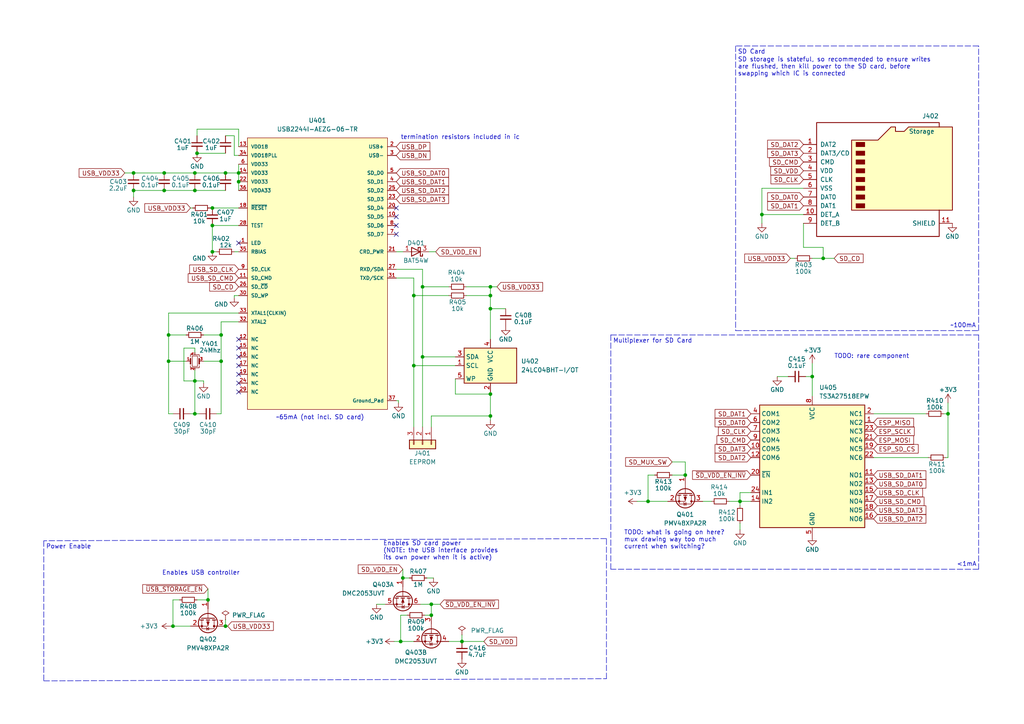
<source format=kicad_sch>
(kicad_sch (version 20211123) (generator eeschema)
  (paper "A4")
  (title_block (title "gay ipod storage + usb interface") (date "2022-09-04") (rev "1"))
  (lib_symbols
    (symbol "Analog_Switch:TS3A27518EPW"
      (property "Reference" "U" (at -13.97 19.05 0))
      (property "Value" "TS3A27518EPW" (at 8.89 19.05 0))
      (symbol "TS3A27518EPW_0_1"
        (rectangle (start 15.24 -17.78) (end -15.24 17.78) (stroke (width 0.254)) (fill (type background)))
      )
      (symbol "TS3A27518EPW_1_1"
        (pin bidirectional line (at 17.78 12.7 180) (length 2.54) (name "NC2") (number "1"))
        (pin bidirectional line (at -17.78 5.08 0) (length 2.54) (name "COM5") (number "10"))
        (pin bidirectional line (at 17.78 -2.54 180) (length 2.54) (name "NO1") (number "11"))
        (pin bidirectional line (at -17.78 2.54 0) (length 2.54) (name "COM6") (number "12"))
        (pin bidirectional line (at 17.78 -5.08 180) (length 2.54) (name "NO2") (number "13"))
        (pin input line (at -17.78 -10.16 0) (length 2.54) (name "IN2") (number "14"))
        (pin bidirectional line (at 17.78 -7.62 180) (length 2.54) (name "NO3") (number "15"))
        (pin bidirectional line (at 17.78 -15.24 180) (length 2.54) (name "NO6") (number "16"))
        (pin bidirectional line (at 17.78 -10.16 180) (length 2.54) (name "NO4") (number "17"))
        (pin bidirectional line (at 17.78 -12.7 180) (length 2.54) (name "NO5") (number "18"))
        (pin bidirectional line (at 17.78 5.08 180) (length 2.54) (name "NC5") (number "19"))
        (pin bidirectional line (at 17.78 15.24 180) (length 2.54) (name "NC1") (number "2"))
        (pin input line (at -17.78 -2.54 0) (length 2.54) (name "~{EN}") (number "20"))
        (pin bidirectional line (at 17.78 7.62 180) (length 2.54) (name "NC4") (number "21"))
        (pin bidirectional line (at 17.78 2.54 180) (length 2.54) (name "NC6") (number "22"))
        (pin bidirectional line (at 17.78 10.16 180) (length 2.54) (name "NC3") (number "23"))
        (pin input line (at -17.78 -7.62 0) (length 2.54) (name "IN1") (number "24"))
        (pin no_connect line (at -15.24 -15.24 0) (length 2.54) hide (name "N.C.") (number "3"))
        (pin bidirectional line (at -17.78 15.24 0) (length 2.54) (name "COM1") (number "4"))
        (pin power_in line (at 0 -20.32 90) (length 2.54) (name "GND") (number "5"))
        (pin bidirectional line (at -17.78 12.7 0) (length 2.54) (name "COM2") (number "6"))
        (pin bidirectional line (at -17.78 10.16 0) (length 2.54) (name "COM3") (number "7"))
        (pin power_in line (at 0 20.32 270) (length 2.54) (name "VCC") (number "8"))
        (pin bidirectional line (at -17.78 7.62 0) (length 2.54) (name "COM4") (number "9"))
      )
    )
    (symbol "Connector:Micro_SD_Card_Det_Hirose_DM3AT" (pin_names (offset 1.016))
      (property "Reference" "J" (at -16.51 17.78 0))
      (property "Value" "Micro_SD_Card_Det_Hirose_DM3AT" (at 16.51 17.78 0))
      (symbol "Micro_SD_Card_Det_Hirose_DM3AT_0_1"
        (rectangle (start -7.62 -6.985) (end -5.08 -8.255) (fill (type outline)))
        (rectangle (start -7.62 -4.445) (end -5.08 -5.715) (fill (type outline)))
        (rectangle (start -7.62 -1.905) (end -5.08 -3.175) (fill (type outline)))
        (rectangle (start -7.62 0.635) (end -5.08 -0.635) (fill (type outline)))
        (rectangle (start -7.62 3.175) (end -5.08 1.905) (fill (type outline)))
        (rectangle (start -7.62 5.715) (end -5.08 4.445) (fill (type outline)))
        (rectangle (start -7.62 8.255) (end -5.08 6.985) (fill (type outline)))
        (rectangle (start -7.62 10.795) (end -5.08 9.525) (fill (type outline)))
        (polyline (pts (xy 16.51 15.24) (xy 16.51 16.51) (xy -19.05 16.51) (xy -19.05 -16.51) (xy 16.51 -16.51) (xy 16.51 -8.89)) (stroke (width 0.254)))
        (polyline (pts (xy -8.89 -8.89) (xy -8.89 11.43) (xy -1.27 11.43) (xy 2.54 15.24) (xy 3.81 15.24) (xy 3.81 13.97) (xy 6.35 13.97) (xy 7.62 15.24) (xy 20.32 15.24) (xy 20.32 -8.89) (xy -8.89 -8.89)) (stroke (width 0.254)) (fill (type background)))
      )
      (symbol "Micro_SD_Card_Det_Hirose_DM3AT_1_1"
        (pin bidirectional line (at -22.86 10.16 0) (length 3.81) (name "DAT2") (number "1"))
        (pin passive line (at -22.86 -10.16 0) (length 3.81) (name "DET_A") (number "10"))
        (pin passive line (at 20.32 -12.7 180) (length 3.81) (name "SHIELD") (number "11"))
        (pin bidirectional line (at -22.86 7.62 0) (length 3.81) (name "DAT3/CD") (number "2"))
        (pin input line (at -22.86 5.08 0) (length 3.81) (name "CMD") (number "3"))
        (pin power_in line (at -22.86 2.54 0) (length 3.81) (name "VDD") (number "4"))
        (pin input line (at -22.86 0 0) (length 3.81) (name "CLK") (number "5"))
        (pin power_in line (at -22.86 -2.54 0) (length 3.81) (name "VSS") (number "6"))
        (pin bidirectional line (at -22.86 -5.08 0) (length 3.81) (name "DAT0") (number "7"))
        (pin bidirectional line (at -22.86 -7.62 0) (length 3.81) (name "DAT1") (number "8"))
        (pin passive line (at -22.86 -12.7 0) (length 3.81) (name "DET_B") (number "9"))
      )
    )
    (symbol "Connector_Generic:Conn_01x03" (pin_names (offset 1.016) hide)
      (property "Reference" "J" (at 0 5.08 0))
      (property "Value" "Conn_01x03" (at 0 -5.08 0))
      (symbol "Conn_01x03_1_1"
        (rectangle (start -1.27 -2.413) (end 0 -2.667) (stroke (width 0.1524)))
        (rectangle (start -1.27 0.127) (end 0 -0.127) (stroke (width 0.1524)))
        (rectangle (start -1.27 2.667) (end 0 2.413) (stroke (width 0.1524)))
        (rectangle (start -1.27 3.81) (end 1.27 -3.81) (stroke (width 0.254)) (fill (type background)))
        (pin passive line (at -5.08 2.54 0) (length 3.81) (name "Pin_1") (number "1"))
        (pin passive line (at -5.08 0 0) (length 3.81) (name "Pin_2") (number "2"))
        (pin passive line (at -5.08 -2.54 0) (length 3.81) (name "Pin_3") (number "3"))
      )
    )
    (symbol "Device:C_Small" (pin_numbers hide) (pin_names (offset 0.254) hide)
      (property "Reference" "C" (at 0.254 1.778 0))
      (property "Value" "C_Small" (at 0.254 -2.032 0))
      (symbol "C_Small_0_1"
        (polyline (pts (xy -1.524 -0.508) (xy 1.524 -0.508)) (stroke (width 0.3302)))
        (polyline (pts (xy -1.524 0.508) (xy 1.524 0.508)) (stroke (width 0.3048)))
      )
      (symbol "C_Small_1_1"
        (pin passive line (at 0 2.54 270) (length 2.032) (name "~") (number "1"))
        (pin passive line (at 0 -2.54 90) (length 2.032) (name "~") (number "2"))
      )
    )
    (symbol "Device:Crystal_GND24_Small" (pin_names (offset 1.016) hide)
      (property "Reference" "Y" (at 1.27 4.445 0))
      (property "Value" "Crystal_GND24_Small" (at 1.27 2.54 0))
      (symbol "Crystal_GND24_Small_0_1"
        (rectangle (start -0.762 -1.524) (end 0.762 1.524))
        (polyline (pts (xy -1.27 -0.762) (xy -1.27 0.762)) (stroke (width 0.381)))
        (polyline (pts (xy 1.27 -0.762) (xy 1.27 0.762)) (stroke (width 0.381)))
        (polyline (pts (xy -1.27 -1.27) (xy -1.27 -1.905) (xy 1.27 -1.905) (xy 1.27 -1.27)))
        (polyline (pts (xy -1.27 1.27) (xy -1.27 1.905) (xy 1.27 1.905) (xy 1.27 1.27)))
      )
      (symbol "Crystal_GND24_Small_1_1"
        (pin passive line (at -2.54 0 0) (length 1.27) (name "1") (number "1"))
        (pin passive line (at 0 -2.54 90) (length 0.635) (name "2") (number "2"))
        (pin passive line (at 2.54 0 180) (length 1.27) (name "3") (number "3"))
        (pin passive line (at 0 2.54 270) (length 0.635) (name "4") (number "4"))
      )
    )
    (symbol "Device:Q_PMOS_GSD" (pin_names (offset 0) hide)
      (property "Reference" "Q" (at 5.08 1.27 0))
      (property "Value" "Q_PMOS_GSD" (at 5.08 -1.27 0))
      (symbol "Q_PMOS_GSD_0_1"
        (polyline (pts (xy 0.254 0) (xy -2.54 0)))
        (polyline (pts (xy 0.254 1.905) (xy 0.254 -1.905)) (stroke (width 0.254)))
        (polyline (pts (xy 0.762 -1.27) (xy 0.762 -2.286)) (stroke (width 0.254)))
        (polyline (pts (xy 0.762 0.508) (xy 0.762 -0.508)) (stroke (width 0.254)))
        (polyline (pts (xy 0.762 2.286) (xy 0.762 1.27)) (stroke (width 0.254)))
        (polyline (pts (xy 2.54 2.54) (xy 2.54 1.778)))
        (polyline (pts (xy 2.54 -2.54) (xy 2.54 0) (xy 0.762 0)))
        (polyline (pts (xy 0.762 1.778) (xy 3.302 1.778) (xy 3.302 -1.778) (xy 0.762 -1.778)))
        (polyline (pts (xy 2.286 0) (xy 1.27 0.381) (xy 1.27 -0.381) (xy 2.286 0)) (fill (type outline)))
        (polyline (pts (xy 2.794 -0.508) (xy 2.921 -0.381) (xy 3.683 -0.381) (xy 3.81 -0.254)))
        (polyline (pts (xy 3.302 -0.381) (xy 2.921 0.254) (xy 3.683 0.254) (xy 3.302 -0.381)))
        (circle (center 1.651 0) (radius 2.794) (stroke (width 0.254)))
        (circle (center 2.54 -1.778) (radius 0.254) (fill (type outline)))
        (circle (center 2.54 1.778) (radius 0.254) (fill (type outline)))
      )
      (symbol "Q_PMOS_GSD_1_1"
        (pin input line (at -5.08 0 0) (length 2.54) (name "G") (number "1"))
        (pin passive line (at 2.54 -5.08 90) (length 2.54) (name "S") (number "2"))
        (pin passive line (at 2.54 5.08 270) (length 2.54) (name "D") (number "3"))
      )
    )
    (symbol "Device:R_Small" (pin_numbers hide) (pin_names (offset 0.254) hide)
      (property "Reference" "R" (at 0.762 0.508 0))
      (property "Value" "R_Small" (at 0.762 -1.016 0))
      (symbol "R_Small_0_1"
        (rectangle (start -0.762 1.778) (end 0.762 -1.778) (stroke (width 0.2032)))
      )
      (symbol "R_Small_1_1"
        (pin passive line (at 0 2.54 270) (length 0.762) (name "~") (number "1"))
        (pin passive line (at 0 -2.54 90) (length 0.762) (name "~") (number "2"))
      )
    )
    (symbol "Diode:BAT54W" (pin_names (offset 1.016) hide)
      (property "Reference" "D" (at 0 2.54 0))
      (property "Value" "BAT54W" (at 0 -2.54 0))
      (symbol "BAT54W_0_1"
        (polyline (pts (xy 1.27 0) (xy -1.27 0)))
        (polyline (pts (xy 1.27 1.27) (xy 1.27 -1.27) (xy -1.27 0) (xy 1.27 1.27)) (stroke (width 0.254)))
        (polyline (pts (xy -1.905 0.635) (xy -1.905 1.27) (xy -1.27 1.27) (xy -1.27 -1.27) (xy -0.635 -1.27) (xy -0.635 -0.635)) (stroke (width 0.254)))
      )
      (symbol "BAT54W_1_1"
        (pin passive line (at 3.81 0 180) (length 2.54) (name "A") (number "1"))
        (pin no_connect line (at 0 0 90) (length 2.54) hide (name "NC") (number "2"))
        (pin passive line (at -3.81 0 0) (length 2.54) (name "K") (number "3"))
      )
    )
    (symbol "Memory_EEPROM:24AA02-OT"
      (property "Reference" "U?" (at -8.89 1.2701 0))
      (property "Value" "24LC08BHT-I/OT " (at -8.89 -1.2699 0))
      (symbol "24AA02-OT_1_1"
        (rectangle (start -7.62 5.08) (end 7.62 -5.08) (stroke (width 0.254)) (fill (type background)))
        (pin input line (at 10.16 0 180) (length 2.54) (name "SCL") (number "1"))
        (pin power_in line (at 0 -7.62 90) (length 2.54) (name "GND") (number "2"))
        (pin bidirectional line (at 10.16 2.54 180) (length 2.54) (name "SDA") (number "3"))
        (pin power_in line (at 0 7.62 270) (length 2.54) (name "VCC") (number "4"))
        (pin input line (at 10.16 -3.81 180) (length 2.54) (name "WP") (number "5"))
      )
    )
    (symbol "Transistor_FET:DMC2053UVT" (pin_names hide)
      (property "Reference" "Q" (at 3.175 1.27 0))
      (property "Value" "DMC2053UVT" (at 3.175 -1.27 0))
      (symbol "DMC2053UVT_0_1"
        (circle (center -0.889 0) (radius 2.794) (stroke (width 0.254)))
        (circle (center 0 -1.778) (radius 0.254) (fill (type outline)))
        (polyline (pts (xy -2.286 0) (xy -5.08 0)))
        (polyline (pts (xy -2.286 1.905) (xy -2.286 -1.905)) (stroke (width 0.254)))
        (polyline (pts (xy -1.778 -1.27) (xy -1.778 -2.286)) (stroke (width 0.254)))
        (polyline (pts (xy -1.778 0.508) (xy -1.778 -0.508)) (stroke (width 0.254)))
        (polyline (pts (xy -1.778 2.286) (xy -1.778 1.27)) (stroke (width 0.254)))
        (polyline (pts (xy 0 2.54) (xy 0 1.778)))
        (polyline (pts (xy 0 -2.54) (xy 0 0) (xy -1.778 0)))
        (polyline (pts (xy -1.778 -1.778) (xy 0.762 -1.778) (xy 0.762 1.778) (xy -1.778 1.778)))
        (circle (center 0 1.778) (radius 0.254) (fill (type outline)))
      )
      (symbol "DMC2053UVT_1_1"
        (polyline (pts (xy -1.524 0) (xy -0.508 0.381) (xy -0.508 -0.381) (xy -1.524 0)) (fill (type outline)))
        (polyline (pts (xy 0.254 0.508) (xy 0.381 0.381) (xy 1.143 0.381) (xy 1.27 0.254)))
        (polyline (pts (xy 0.762 0.381) (xy 0.381 -0.254) (xy 1.143 -0.254) (xy 0.762 0.381)))
        (pin passive line (at -7.62 0 0) (length 2.54) (name "G") (number "1"))
        (pin passive line (at 0 -5.08 90) (length 2.54) (name "S") (number "5"))
        (pin passive line (at 0 5.08 270) (length 2.54) (name "D") (number "6"))
      )
      (symbol "DMC2053UVT_2_1"
        (polyline (pts (xy -0.254 0) (xy -1.27 0.381) (xy -1.27 -0.381) (xy -0.254 0)) (fill (type outline)))
        (polyline (pts (xy 0.254 -0.508) (xy 0.381 -0.381) (xy 1.143 -0.381) (xy 1.27 -0.254)))
        (polyline (pts (xy 0.762 -0.381) (xy 0.381 0.254) (xy 1.143 0.254) (xy 0.762 -0.381)))
        (pin passive line (at 0 -5.08 90) (length 2.54) (name "S") (number "2"))
        (pin passive line (at -7.62 0 0) (length 2.54) (name "G") (number "3"))
        (pin passive line (at 0 5.08 270) (length 2.54) (name "D") (number "4"))
      )
    )
    (symbol "power:+3V3" (power) (pin_names (offset 0))
      (property "Value" "+3V3" (at 0 3.556 0))
      (symbol "+3V3_0_1"
        (polyline (pts (xy -0.762 1.27) (xy 0 2.54)))
        (polyline (pts (xy 0 0) (xy 0 2.54)))
        (polyline (pts (xy 0 2.54) (xy 0.762 1.27)))
      )
      (symbol "+3V3_1_1"
        (pin power_in line (at 0 0 90) (length 0) hide (name "+3V3") (number "1"))
      )
    )
    (symbol "power:GND" (power) (pin_names (offset 0))
      (property "Value" "GND" (at 0 -3.81 0))
      (symbol "GND_0_1"
        (polyline (pts (xy 0 0) (xy 0 -1.27) (xy 1.27 -1.27) (xy 0 -2.54) (xy -1.27 -1.27) (xy 0 -1.27)))
      )
      (symbol "GND_1_1"
        (pin power_in line (at 0 0 270) (length 0) hide (name "GND") (number "1"))
      )
    )
    (symbol "power:PWR_FLAG" (power) (pin_numbers hide) (pin_names (offset 0) hide)
      (property "Value" "PWR_FLAG" (at 0 3.81 0))
      (symbol "PWR_FLAG_0_0"
        (pin power_out line (at 0 0 90) (length 0) (name "pwr") (number "1"))
      )
      (symbol "PWR_FLAG_0_1"
        (polyline (pts (xy 0 0) (xy 0 1.27) (xy -1.016 1.905) (xy 0 2.54) (xy 1.016 1.905) (xy 0 1.27)))
      )
    )
    (symbol "symbols:USB2244I-AEZG-06-TR" (pin_names (offset 1.016))
      (property "Reference" "U" (at 0 5.08 0))
      (property "Value" "USB2244I-AEZG-06-TR" (at 0 7.62 0))
      (symbol "USB2244I-AEZG-06-TR_1_1"
        (rectangle (start 5.08 2.54) (end 45.72 -76.2) (fill (type background)))
        (pin bidirectional line (at 2.54 -27.94 0) (length 2.54) (name "LED") (number "1"))
        (pin bidirectional line (at 48.26 -20.32 180) (length 2.54) (name "SD_D5") (number "10"))
        (pin bidirectional line (at 2.54 -38.1 0) (length 2.54) (name "SD_CMD") (number "11"))
        (pin passive line (at 2.54 -55.88 0) (length 2.54) (name "NC") (number "12"))
        (pin power_in line (at 2.54 0 0) (length 2.54) (name "VDD18") (number "13"))
        (pin power_in line (at 2.54 -7.62 0) (length 2.54) (name "VDD33") (number "14"))
        (pin passive line (at 2.54 -58.42 0) (length 2.54) (name "NC") (number "15"))
        (pin passive line (at 2.54 -60.96 0) (length 2.54) (name "NC") (number "16"))
        (pin passive line (at 2.54 -63.5 0) (length 2.54) (name "NC") (number "17"))
        (pin input line (at 2.54 -17.78 0) (length 2.54) (name "~{RESET}") (number "18"))
        (pin passive line (at 2.54 -66.04 0) (length 2.54) (name "NC") (number "19"))
        (pin bidirectional line (at 48.26 0 180) (length 2.54) (name "USB+") (number "2"))
        (pin bidirectional line (at 48.26 -17.78 180) (length 2.54) (name "SD_D4") (number "20"))
        (pin power_in line (at 48.26 -30.48 180) (length 2.54) (name "CRD_PWR") (number "21"))
        (pin power_in line (at 2.54 -10.16 0) (length 2.54) (name "VDD33") (number "22"))
        (pin bidirectional line (at 48.26 -15.24 180) (length 2.54) (name "SD_D3") (number "23"))
        (pin passive line (at 2.54 -68.58 0) (length 2.54) (name "NC") (number "24"))
        (pin bidirectional line (at 48.26 -12.7 180) (length 2.54) (name "SD_D2") (number "25"))
        (pin bidirectional line (at 2.54 -40.64 0) (length 2.54) (name "SD_~{CD}") (number "26"))
        (pin bidirectional line (at 48.26 -35.56 180) (length 2.54) (name "RXD/SDA") (number "27"))
        (pin input line (at 2.54 -22.86 0) (length 2.54) (name "TEST") (number "28"))
        (pin passive line (at 2.54 -71.12 0) (length 2.54) (name "NC") (number "29"))
        (pin bidirectional line (at 48.26 -2.54 180) (length 2.54) (name "USB-") (number "3"))
        (pin bidirectional line (at 2.54 -43.18 0) (length 2.54) (name "SD_WP") (number "30"))
        (pin output line (at 48.26 -38.1 180) (length 2.54) (name "TXD/SCK") (number "31"))
        (pin output line (at 2.54 -50.8 0) (length 2.54) (name "XTAL2") (number "32"))
        (pin input line (at 2.54 -48.26 0) (length 2.54) (name "XTAL1(CLKIN)") (number "33"))
        (pin power_in line (at 2.54 -2.54 0) (length 2.54) (name "VDD18PLL") (number "34"))
        (pin passive line (at 2.54 -30.48 0) (length 2.54) (name "RBIAS") (number "35"))
        (pin power_in line (at 2.54 -12.7 0) (length 2.54) (name "VDDA33") (number "36"))
        (pin power_in line (at 48.26 -73.66 180) (length 2.54) (name "Ground_Pad") (number "37"))
        (pin bidirectional line (at 48.26 -10.16 180) (length 2.54) (name "SD_D1") (number "4"))
        (pin bidirectional line (at 48.26 -7.62 180) (length 2.54) (name "SD_D0") (number "5"))
        (pin power_in line (at 2.54 -5.08 0) (length 2.54) (name "VDD33") (number "6"))
        (pin bidirectional line (at 48.26 -25.4 180) (length 2.54) (name "SD_D7") (number "7"))
        (pin bidirectional line (at 48.26 -22.86 180) (length 2.54) (name "SD_D6") (number "8"))
        (pin output line (at 2.54 -35.56 0) (length 2.54) (name "SD_CLK") (number "9"))
      )
    )
  )
  (junction (at 142.24 85.725))
  (junction (at 122.555 83.185))
  (junction (at 187.96 145.415))
  (junction (at 61.595 65.405))
  (junction (at 69.215 50.165))
  (junction (at 214.63 145.415))
  (junction (at 56.515 110.49))
  (junction (at 120.015 85.725))
  (junction (at 198.755 137.795))
  (junction (at 142.24 114.3))
  (junction (at 61.595 60.325))
  (junction (at 65.405 181.61))
  (junction (at 235.585 109.22))
  (junction (at 122.555 103.505))
  (junction (at 64.135 97.155))
  (junction (at 220.98 62.23))
  (junction (at 47.625 50.165))
  (junction (at 125.095 178.435))
  (junction (at 50.165 181.61))
  (junction (at 56.515 55.245))
  (junction (at 274.955 120.015))
  (junction (at 60.325 173.99))
  (junction (at 48.895 104.775))
  (junction (at 133.985 186.055))
  (junction (at 142.24 120.65))
  (junction (at 56.515 50.165))
  (junction (at 142.24 89.535))
  (junction (at 48.895 97.155))
  (junction (at 69.215 52.705))
  (junction (at 116.205 186.055))
  (junction (at 116.84 167.64))
  (junction (at 142.24 83.185))
  (junction (at 38.735 50.165))
  (junction (at 61.595 73.025))
  (junction (at 38.735 55.245))
  (junction (at 57.15 44.45))
  (junction (at 64.135 104.775))
  (junction (at 125.095 175.26))
  (junction (at 56.515 120.015))
  (junction (at 47.625 55.245))
  (junction (at 65.405 50.165))
  (junction (at 120.015 106.045))
  (junction (at 238.76 74.93))
  (no_connect (at 69.215 108.585))
  (no_connect (at 69.215 111.125))
  (no_connect (at 69.215 113.665))
  (no_connect (at 69.215 98.425))
  (no_connect (at 69.215 100.965))
  (no_connect (at 69.215 103.505))
  (no_connect (at 69.215 106.045))
  (no_connect (at 69.215 70.485))
  (no_connect (at 114.935 60.325))
  (no_connect (at 114.935 62.865))
  (no_connect (at 114.935 65.405))
  (no_connect (at 114.935 67.945))
  (wire (pts (xy 114.935 116.205) (xy 115.57 116.205)))
  (wire (pts (xy 120.015 106.045) (xy 120.015 123.825)))
  (wire (pts (xy 64.135 120.015) (xy 64.135 104.775)))
  (wire (pts (xy 64.135 93.345) (xy 64.135 97.155)))
  (wire (pts (xy 109.22 175.26) (xy 111.76 175.26)))
  (wire (pts (xy 57.15 173.99) (xy 60.325 173.99)))
  (wire (pts (xy 69.215 52.705) (xy 69.215 55.245)))
  (wire (pts (xy 116.84 165.1) (xy 116.84 167.64)))
  (wire (pts (xy 229.235 74.93) (xy 230.505 74.93)))
  (wire (pts (xy 133.985 184.15) (xy 133.985 186.055)))
  (wire (pts (xy 274.955 120.015) (xy 274.955 116.84)))
  (wire (pts (xy 238.76 71.755) (xy 238.76 74.93)))
  (wire (pts (xy 118.11 178.435) (xy 116.205 178.435)))
  (wire (pts (xy 233.68 109.22) (xy 235.585 109.22)))
  (wire (pts (xy 65.405 50.165) (xy 69.215 50.165)))
  (wire (pts (xy 187.96 145.415) (xy 193.675 145.415)))
  (wire (pts (xy 225.425 109.22) (xy 228.6 109.22)))
  (wire (pts (xy 55.245 120.015) (xy 56.515 120.015)))
  (wire (pts (xy 122.555 103.505) (xy 122.555 123.825)))
  (wire (pts (xy 114.3 186.055) (xy 116.205 186.055)))
  (wire (pts (xy 60.96 60.325) (xy 61.595 60.325)))
  (wire (pts (xy 121.92 175.26) (xy 125.095 175.26)))
  (wire (pts (xy 56.515 100.965) (xy 53.34 100.965)))
  (wire (pts (xy 116.84 73.025) (xy 114.935 73.025)))
  (wire (pts (xy 135.255 85.725) (xy 142.24 85.725)))
  (polyline (pts (xy 177.165 165.1) (xy 177.165 97.155)))
  (wire (pts (xy 194.945 133.985) (xy 198.755 133.985)))
  (wire (pts (xy 56.515 55.245) (xy 47.625 55.245)))
  (wire (pts (xy 274.955 132.715) (xy 274.955 120.015)))
  (wire (pts (xy 203.835 145.415) (xy 206.375 145.415)))
  (wire (pts (xy 135.255 83.185) (xy 142.24 83.185)))
  (wire (pts (xy 142.24 89.535) (xy 142.24 98.425)))
  (wire (pts (xy 274.32 132.715) (xy 274.955 132.715)))
  (wire (pts (xy 235.585 105.41) (xy 235.585 109.22)))
  (wire (pts (xy 67.945 85.725) (xy 67.945 86.36)))
  (wire (pts (xy 233.045 71.755) (xy 238.76 71.755)))
  (wire (pts (xy 132.08 103.505) (xy 122.555 103.505)))
  (wire (pts (xy 56.515 100.965) (xy 56.515 102.235)))
  (wire (pts (xy 220.98 62.23) (xy 220.98 64.77)))
  (wire (pts (xy 61.595 65.405) (xy 69.215 65.405)))
  (wire (pts (xy 61.595 73.025) (xy 62.865 73.025)))
  (wire (pts (xy 125.095 120.65) (xy 142.24 120.65)))
  (wire (pts (xy 273.685 120.015) (xy 274.955 120.015)))
  (wire (pts (xy 61.595 60.325) (xy 69.215 60.325)))
  (wire (pts (xy 118.745 167.64) (xy 116.84 167.64)))
  (wire (pts (xy 142.24 85.725) (xy 142.24 89.535)))
  (wire (pts (xy 132.08 109.855) (xy 132.08 114.3)))
  (wire (pts (xy 65.405 179.705) (xy 65.405 181.61)))
  (wire (pts (xy 67.945 39.37) (xy 65.405 39.37)))
  (polyline (pts (xy 175.895 156.21) (xy 12.7 156.845)))
  (wire (pts (xy 64.135 97.155) (xy 64.135 104.775)))
  (wire (pts (xy 116.205 186.055) (xy 120.015 186.055)))
  (wire (pts (xy 48.895 120.015) (xy 48.895 104.775)))
  (wire (pts (xy 198.755 133.985) (xy 198.755 137.795)))
  (wire (pts (xy 125.095 175.26) (xy 127.635 175.26)))
  (wire (pts (xy 142.24 89.535) (xy 146.685 89.535)))
  (wire (pts (xy 53.975 97.155) (xy 48.895 97.155)))
  (wire (pts (xy 120.015 85.725) (xy 130.175 85.725)))
  (wire (pts (xy 233.045 64.77) (xy 233.045 71.755)))
  (wire (pts (xy 122.555 83.185) (xy 122.555 78.105)))
  (wire (pts (xy 69.215 37.465) (xy 69.215 42.545)))
  (wire (pts (xy 69.215 90.805) (xy 48.895 90.805)))
  (wire (pts (xy 123.19 178.435) (xy 125.095 178.435)))
  (wire (pts (xy 115.57 116.205) (xy 115.57 116.84)))
  (wire (pts (xy 67.945 73.025) (xy 69.215 73.025)))
  (wire (pts (xy 187.96 137.795) (xy 189.865 137.795)))
  (wire (pts (xy 194.945 137.795) (xy 198.755 137.795)))
  (wire (pts (xy 233.045 54.61) (xy 220.98 54.61)))
  (wire (pts (xy 122.555 103.505) (xy 122.555 83.185)))
  (wire (pts (xy 133.985 186.055) (xy 140.335 186.055)))
  (wire (pts (xy 56.515 120.015) (xy 57.785 120.015)))
  (wire (pts (xy 60.325 170.815) (xy 60.325 173.99)))
  (wire (pts (xy 122.555 78.105) (xy 114.935 78.105)))
  (wire (pts (xy 65.405 55.245) (xy 56.515 55.245)))
  (wire (pts (xy 187.96 145.415) (xy 187.96 137.795)))
  (wire (pts (xy 59.055 104.775) (xy 64.135 104.775)))
  (wire (pts (xy 125.095 175.26) (xy 125.095 178.435)))
  (wire (pts (xy 47.625 50.165) (xy 56.515 50.165)))
  (polyline (pts (xy 213.36 13.335) (xy 213.36 95.885)))
  (wire (pts (xy 214.63 145.415) (xy 217.805 145.415)))
  (polyline (pts (xy 283.845 97.155) (xy 283.845 165.1)))
  (wire (pts (xy 125.095 123.825) (xy 125.095 120.65)))
  (wire (pts (xy 62.865 120.015) (xy 64.135 120.015)))
  (wire (pts (xy 59.055 110.49) (xy 56.515 110.49)))
  (wire (pts (xy 59.055 111.125) (xy 59.055 110.49)))
  (wire (pts (xy 120.015 106.045) (xy 132.08 106.045)))
  (wire (pts (xy 214.63 151.765) (xy 214.63 153.67)))
  (wire (pts (xy 214.63 142.875) (xy 217.805 142.875)))
  (wire (pts (xy 184.785 145.415) (xy 187.96 145.415)))
  (wire (pts (xy 235.585 109.22) (xy 235.585 114.935)))
  (wire (pts (xy 36.195 50.165) (xy 38.735 50.165)))
  (polyline (pts (xy 12.7 156.845) (xy 12.7 197.485)))
  (wire (pts (xy 220.98 62.23) (xy 233.045 62.23)))
  (wire (pts (xy 67.945 45.085) (xy 67.945 39.37)))
  (wire (pts (xy 53.34 110.49) (xy 56.515 110.49)))
  (wire (pts (xy 56.515 110.49) (xy 56.515 120.015)))
  (wire (pts (xy 120.015 80.645) (xy 120.015 85.725)))
  (polyline (pts (xy 12.7 197.485) (xy 175.895 196.85)))
  (wire (pts (xy 126.365 73.025) (xy 124.46 73.025)))
  (wire (pts (xy 38.735 55.245) (xy 38.735 57.15)))
  (wire (pts (xy 142.24 120.65) (xy 142.24 114.3)))
  (wire (pts (xy 59.055 97.155) (xy 64.135 97.155)))
  (wire (pts (xy 69.215 50.165) (xy 69.215 52.705)))
  (wire (pts (xy 48.895 104.775) (xy 53.975 104.775)))
  (wire (pts (xy 69.215 37.465) (xy 57.15 37.465)))
  (wire (pts (xy 55.245 60.325) (xy 55.88 60.325)))
  (polyline (pts (xy 175.895 196.85) (xy 175.895 156.21)))
  (wire (pts (xy 125.73 167.64) (xy 123.825 167.64)))
  (wire (pts (xy 122.555 83.185) (xy 130.175 83.185)))
  (wire (pts (xy 130.175 186.055) (xy 133.985 186.055)))
  (wire (pts (xy 48.895 97.155) (xy 48.895 104.775)))
  (polyline (pts (xy 283.845 13.335) (xy 213.36 13.335)))
  (wire (pts (xy 116.205 178.435) (xy 116.205 186.055)))
  (wire (pts (xy 66.04 181.61) (xy 65.405 181.61)))
  (wire (pts (xy 69.215 45.085) (xy 67.945 45.085)))
  (wire (pts (xy 50.165 181.61) (xy 55.245 181.61)))
  (wire (pts (xy 50.165 120.015) (xy 48.895 120.015)))
  (wire (pts (xy 220.98 54.61) (xy 220.98 62.23)))
  (wire (pts (xy 61.595 65.405) (xy 61.595 73.025)))
  (wire (pts (xy 211.455 145.415) (xy 214.63 145.415)))
  (wire (pts (xy 48.895 90.805) (xy 48.895 97.155)))
  (wire (pts (xy 69.215 85.725) (xy 67.945 85.725)))
  (wire (pts (xy 120.015 85.725) (xy 120.015 106.045)))
  (wire (pts (xy 53.34 100.965) (xy 53.34 110.49)))
  (wire (pts (xy 65.405 44.45) (xy 57.15 44.45)))
  (wire (pts (xy 69.215 47.625) (xy 69.215 50.165)))
  (wire (pts (xy 268.605 120.015) (xy 253.365 120.015)))
  (wire (pts (xy 57.15 37.465) (xy 57.15 39.37)))
  (polyline (pts (xy 213.36 95.885) (xy 283.845 95.885)))
  (polyline (pts (xy 283.845 95.885) (xy 283.845 13.335)))
  (wire (pts (xy 38.735 50.165) (xy 47.625 50.165)))
  (wire (pts (xy 214.63 142.875) (xy 214.63 145.415)))
  (polyline (pts (xy 283.845 165.1) (xy 177.165 165.1)))
  (wire (pts (xy 132.08 114.3) (xy 142.24 114.3)))
  (wire (pts (xy 269.24 132.715) (xy 253.365 132.715)))
  (wire (pts (xy 50.165 173.99) (xy 50.165 181.61)))
  (polyline (pts (xy 177.165 97.155) (xy 283.845 97.155)))
  (wire (pts (xy 56.515 107.315) (xy 56.515 110.49)))
  (wire (pts (xy 49.53 181.61) (xy 50.165 181.61)))
  (wire (pts (xy 52.07 173.99) (xy 50.165 173.99)))
  (wire (pts (xy 238.76 74.93) (xy 241.935 74.93)))
  (wire (pts (xy 142.24 83.185) (xy 142.24 85.725)))
  (wire (pts (xy 69.215 93.345) (xy 64.135 93.345)))
  (wire (pts (xy 114.935 80.645) (xy 120.015 80.645)))
  (wire (pts (xy 56.515 50.165) (xy 65.405 50.165)))
  (wire (pts (xy 235.585 74.93) (xy 238.76 74.93)))
  (wire (pts (xy 47.625 55.245) (xy 38.735 55.245)))
  (wire (pts (xy 142.24 83.185) (xy 144.145 83.185)))
  (wire (pts (xy 214.63 145.415) (xy 214.63 146.685)))
  (wire (pts (xy 142.24 114.3) (xy 142.24 113.665)))
  (wire (pts (xy 142.24 121.92) (xy 142.24 120.65)))
  (text "<1mA" (at 277.495 164.465 0) (effects (font (size 1.27 1.27)) (justify left bottom)))
  (text "~100mA" (at 275.59 95.25 0) (effects (font (size 1.27 1.27)) (justify left bottom)))
  (text "termination resistors included in ic" (at 116.205 40.64 0) (effects (font (size 1.27 1.27)) (justify left bottom)))
  (text "~65mA (not incl. SD card)" (at 80.01 121.92 0) (effects (font (size 1.27 1.27)) (justify left bottom)))
  (text "Enables USB controller" (at 46.99 167.005 0) (effects (font (size 1.27 1.27)) (justify left bottom)))
  (text "Multiplexer for SD Card" (at 177.8 99.695 0) (effects (font (size 1.27 1.27)) (justify left bottom)))
  (text "TODO: rare component" (at 241.935 104.14 0) (effects (font (size 1.27 1.27)) (justify left bottom)))
  (text "SD storage is stateful, so recommended to ensure writes\nare flushed, then kill power to the SD card, before\nswapping which IC is connected" (at 213.995 22.225 0) (effects (font (size 1.27 1.27)) (justify left bottom)))
  (text "SD Card" (at 213.995 15.875 0) (effects (font (size 1.27 1.27)) (justify left bottom)))
  (text "TODO: what is going on here?\nmux drawing way too much\ncurrent when switching?" (at 180.975 159.385 0) (effects (font (size 1.27 1.27)) (justify left bottom)))
  (text "Power Enable" (at 13.335 159.385 0) (effects (font (size 1.27 1.27)) (justify left bottom)))
  (text "Enables SD card power\n(NOTE: the USB interface provides\nits own power when it is active)" (at 111.125 162.56 0) (effects (font (size 1.27 1.27)) (justify left bottom)))
  (global_label "USB_SD_DAT0" (shape input) (at 253.365 140.335 0) (property "Intersheet References" "${INTERSHEET_REFS}" (effects hide)))
  (global_label "SD_DAT0" (shape input) (at 217.805 122.555 180) (property "Intersheet References" "${INTERSHEET_REFS}" (effects hide)))
  (global_label "ESP_MISO" (shape input) (at 253.365 122.555 0) (property "Intersheet References" "${INTERSHEET_REFS}" (effects hide)))
  (global_label "USB_SD_CLK" (shape input) (at 69.215 78.105 180) (property "Intersheet References" "${INTERSHEET_REFS}" (effects hide)))
  (global_label "USB_DP" (shape input) (at 114.935 42.545 0) (property "Intersheet References" "${INTERSHEET_REFS}" (effects hide)))
  (global_label "ESP_SD_CS" (shape input) (at 253.365 130.175 0) (property "Intersheet References" "${INTERSHEET_REFS}" (effects hide)))
  (global_label "SD_VDD" (shape input) (at 140.335 186.055 0) (property "Intersheet References" "${INTERSHEET_REFS}" (effects hide)))
  (global_label "USB_SD_DAT1" (shape input) (at 253.365 137.795 0) (property "Intersheet References" "${INTERSHEET_REFS}" (effects hide)))
  (global_label "SD_CMD" (shape input) (at 217.805 127.635 180) (property "Intersheet References" "${INTERSHEET_REFS}" (effects hide)))
  (global_label "USB_SD_DAT0" (shape input) (at 114.935 50.165 0) (property "Intersheet References" "${INTERSHEET_REFS}" (effects hide)))
  (global_label "SD_DAT2" (shape input) (at 233.045 41.91 180) (property "Intersheet References" "${INTERSHEET_REFS}" (effects hide)))
  (global_label "SD_DAT3" (shape input) (at 233.045 44.45 180) (property "Intersheet References" "${INTERSHEET_REFS}" (effects hide)))
  (global_label "SD_VDD" (shape input) (at 233.045 49.53 180) (property "Intersheet References" "${INTERSHEET_REFS}" (effects hide)))
  (global_label "SD_DAT0" (shape input) (at 233.045 57.15 180) (property "Intersheet References" "${INTERSHEET_REFS}" (effects hide)))
  (global_label "~{USB_STORAGE_EN}" (shape input) (at 60.325 170.815 180) (property "Intersheet References" "${INTERSHEET_REFS}" (effects hide)))
  (global_label "USB_SD_CLK" (shape input) (at 253.365 142.875 0) (property "Intersheet References" "${INTERSHEET_REFS}" (effects hide)))
  (global_label "USB_SD_DAT1" (shape input) (at 114.935 52.705 0) (property "Intersheet References" "${INTERSHEET_REFS}" (effects hide)))
  (global_label "USB_DN" (shape input) (at 114.935 45.085 0) (property "Intersheet References" "${INTERSHEET_REFS}" (effects hide)))
  (global_label "SD_DAT3" (shape input) (at 217.805 130.175 180) (property "Intersheet References" "${INTERSHEET_REFS}" (effects hide)))
  (global_label "USB_SD_DAT2" (shape input) (at 114.935 55.245 0) (property "Intersheet References" "${INTERSHEET_REFS}" (effects hide)))
  (global_label "SD_DAT2" (shape input) (at 217.805 132.715 180) (property "Intersheet References" "${INTERSHEET_REFS}" (effects hide)))
  (global_label "SD_VDD_EN" (shape input) (at 116.84 165.1 180) (property "Intersheet References" "${INTERSHEET_REFS}" (effects hide)))
  (global_label "USB_SD_CMD" (shape input) (at 253.365 145.415 0) (property "Intersheet References" "${INTERSHEET_REFS}" (effects hide)))
  (global_label "USB_VDD33" (shape input) (at 36.195 50.165 180) (property "Intersheet References" "${INTERSHEET_REFS}" (effects hide)))
  (global_label "SD_DAT1" (shape input) (at 233.045 59.69 180) (property "Intersheet References" "${INTERSHEET_REFS}" (effects hide)))
  (global_label "USB_SD_CMD" (shape input) (at 69.215 80.645 180) (property "Intersheet References" "${INTERSHEET_REFS}" (effects hide)))
  (global_label "SD_VDD_EN" (shape input) (at 126.365 73.025 0) (property "Intersheet References" "${INTERSHEET_REFS}" (effects hide)))
  (global_label "SD_CD" (shape input) (at 69.215 83.185 180) (property "Intersheet References" "${INTERSHEET_REFS}" (effects hide)))
  (global_label "ESP_MOSI" (shape input) (at 253.365 127.635 0) (property "Intersheet References" "${INTERSHEET_REFS}" (effects hide)))
  (global_label "SD_CMD" (shape input) (at 233.045 46.99 180) (property "Intersheet References" "${INTERSHEET_REFS}" (effects hide)))
  (global_label "USB_VDD33" (shape input) (at 66.04 181.61 0) (property "Intersheet References" "${INTERSHEET_REFS}" (effects hide)))
  (global_label "SD_CLK" (shape input) (at 217.805 125.095 180) (property "Intersheet References" "${INTERSHEET_REFS}" (effects hide)))
  (global_label "SD_MUX_SW" (shape input) (at 194.945 133.985 180) (property "Intersheet References" "${INTERSHEET_REFS}" (effects hide)))
  (global_label "USB_VDD33" (shape input) (at 229.235 74.93 180) (property "Intersheet References" "${INTERSHEET_REFS}" (effects hide)))
  (global_label "SD_CLK" (shape input) (at 233.045 52.07 180) (property "Intersheet References" "${INTERSHEET_REFS}" (effects hide)))
  (global_label "USB_SD_DAT3" (shape input) (at 253.365 147.955 0) (property "Intersheet References" "${INTERSHEET_REFS}" (effects hide)))
  (global_label "SD_CD" (shape input) (at 241.935 74.93 0) (property "Intersheet References" "${INTERSHEET_REFS}" (effects hide)))
  (global_label "~{SD_VDD_EN_INV}" (shape input) (at 217.805 137.795 180) (property "Intersheet References" "${INTERSHEET_REFS}" (effects hide)))
  (global_label "USB_SD_DAT3" (shape input) (at 114.935 57.785 0) (property "Intersheet References" "${INTERSHEET_REFS}" (effects hide)))
  (global_label "USB_VDD33" (shape input) (at 144.145 83.185 0) (property "Intersheet References" "${INTERSHEET_REFS}" (effects hide)))
  (global_label "USB_VDD33" (shape input) (at 55.245 60.325 180) (property "Intersheet References" "${INTERSHEET_REFS}" (effects hide)))
  (global_label "ESP_SCLK" (shape input) (at 253.365 125.095 0) (property "Intersheet References" "${INTERSHEET_REFS}" (effects hide)))
  (global_label "SD_DAT1" (shape input) (at 217.805 120.015 180) (property "Intersheet References" "${INTERSHEET_REFS}" (effects hide)))
  (global_label "~{SD_VDD_EN_INV}" (shape input) (at 127.635 175.26 0) (property "Intersheet References" "${INTERSHEET_REFS}" (effects hide)))
  (global_label "USB_SD_DAT2" (shape input) (at 253.365 150.495 0) (property "Intersheet References" "${INTERSHEET_REFS}" (effects hide)))
  (symbol (lib_id "Device:C_Small") (at 65.405 52.705 0) (unit 1)
    (property "Reference" "C406" (at 61.2775 51.7525 0))
    (property "Value" "0.1uF" (at 61.2775 53.6575 0))
    (property "Footprint" "Capacitor_SMD:C_0603_1608Metric" (effects hide))
    (property "PN" "EMK107BJ104KAHT" (effects hide))
  )
  (symbol (lib_id "power:GND") (at 133.985 191.135 0) (unit 1)
    (property "Reference" "#PWR0423" (effects hide))
    (property "Value" "GND" (at 133.985 194.945 0))
  )
  (symbol (lib_id "power:GND") (at 125.73 167.64 0) (unit 1)
    (property "Reference" "#PWR0401" (effects hide))
    (property "Value" "GND" (at 125.73 171.45 0))
  )
  (symbol (lib_id "power:GND") (at 146.685 94.615 0) (mirror y) (unit 1)
    (property "Reference" "#PWR0406" (effects hide))
    (property "Value" "GND" (at 146.685 98.425 0))
  )
  (symbol (lib_id "Device:R_Small") (at 208.915 145.415 270) (mirror x) (unit 1)
    (property "Reference" "R414" (at 208.5975 141.2875 90))
    (property "Value" "10k" (at 208.5975 143.1925 90))
    (property "Footprint" "Resistor_SMD:R_0603_1608Metric" (effects hide))
    (property "PN" "AC0603JR-0710KL" (effects hide))
  )
  (symbol (lib_id "Analog_Switch:TS3A27518EPW") (at 235.585 135.255 0) (unit 1)
    (property "Reference" "U405" (at 237.6044 112.395 0) (effects (justify left)))
    (property "Value" "TS3A27518EPW" (at 237.6044 114.935 0) (effects (justify left)))
    (property "Footprint" "Package_SO:TSSOP-24_4.4x7.8mm_P0.65mm" (effects hide))
    (property "Datasheet" "http://www.ti.com/lit/ds/symlink/ts3a27518e.pdf" (effects hide))
    (property "PN" "TS3A27518EPW" (effects hide))
  )
  (symbol (lib_id "Device:C_Small") (at 133.985 188.595 0) (unit 1)
    (property "Reference" "C416" (at 138.43 187.96 0))
    (property "Value" "4.7uF" (at 138.43 189.865 0))
    (property "Footprint" "Capacitor_SMD:C_0805_2012Metric" (effects hide))
    (property "PN" "EMK212BJ475KD-T" (effects hide))
  )
  (symbol (lib_id "Transistor_FET:DMC2053UVT") (at 116.84 175.26 270) (unit 1)
    (property "Reference" "Q403" (at 111.125 169.545 90))
    (property "Value" "DMC2053UVT" (at 105.41 172.085 90))
    (property "Footprint" "Package_TO_SOT_SMD:TSOT-23-6" (effects hide))
    (property "PN" "DMC2053UVT" (effects hide))
  )
  (symbol (lib_id "power:GND") (at 57.15 44.45 0) (unit 1)
    (property "Reference" "#PWR0402" (effects hide))
    (property "Value" "GND" (at 57.15 48.26 0))
  )
  (symbol (lib_id "Device:C_Small") (at 231.14 109.22 270) (unit 1)
    (property "Reference" "C415" (at 231.14 104.14 90))
    (property "Value" "0.1uF" (at 231.14 106.045 90))
    (property "Footprint" "Capacitor_SMD:C_0805_2012Metric" (effects hide))
    (property "PN" "0805YD104KAT2A" (effects hide))
  )
  (symbol (lib_id "power:GND") (at 59.055 111.125 0) (unit 1)
    (property "Reference" "#PWR0408" (effects hide))
    (property "Value" "GND" (at 59.055 114.935 0))
  )
  (symbol (lib_id "power:GND") (at 109.22 175.26 0) (unit 1)
    (property "Reference" "#PWR0407" (effects hide))
    (property "Value" "GND" (at 109.22 179.07 0))
  )
  (symbol (lib_id "Transistor_FET:DMC2053UVT") (at 125.095 186.055 270) (unit 2)
    (property "Reference" "Q403" (at 120.65 189.23 90))
    (property "Value" "DMC2053UVT" (at 120.65 191.77 90))
    (property "Footprint" "Package_TO_SOT_SMD:TSOT-23-6" (effects hide))
    (property "PN" "DMC2053UVT" (effects hide))
  )
  (symbol (lib_id "power:GND") (at 214.63 153.67 0) (unit 1)
    (property "Reference" "#PWR0426" (effects hide))
    (property "Value" "GND" (at 214.63 157.48 0))
  )
  (symbol (lib_id "Device:C_Small") (at 38.735 52.705 0) (mirror y) (unit 1)
    (property "Reference" "C403" (at 34.29 52.705 0))
    (property "Value" "2.2uF" (at 34.29 54.61 0))
    (property "Footprint" "Capacitor_SMD:C_0805_2012Metric" (effects hide))
    (property "PN" "EMK212BJ225KGHT" (effects hide))
  )
  (symbol (lib_id "symbols:USB2244I-AEZG-06-TR") (at 66.675 42.545 0) (unit 1)
    (property "Reference" "U401" (at 92.075 34.925 0))
    (property "Value" "USB2244I-AEZG-06-TR" (at 92.075 37.465 0))
    (property "Footprint" "Package_DFN_QFN:QFN-36-1EP_6x6mm_P0.5mm_EP3.7x3.7mm_ThermalVias" (effects hide))
    (property "Datasheet" "http://ww1.microchip.com/downloads/en/DeviceDoc/00001979A.pdf" (effects hide))
    (property "PN" "USB2244I-AEZG-06-TR" (effects hide))
    (property "ambient temperature range high" "+85°C" (effects hide))
    (property "ambient temperature range low" "-40°C" (effects hide))
    (property "automotive" "No" (effects hide))
    (property "category" "IC" (effects hide))
    (property "data rate" "35Mbits/s" (effects hide))
    (property "device class L1" "Integrated Circuits (ICs)" (effects hide))
    (property "device class L2" "Interface ICs" (effects hide))
    (property "device class L3" "USB Interface ICs" (effects hide))
    (property "digikey description" "IC USB FLASH MEDIA CTRLR 36QFN" (effects hide))
    (property "digikey part number" "USB2244I-AEZG-06-CT-ND" (effects hide))
    (property "height" "0.9mm" (effects hide))
    (property "interface" "SPI,UART,USB" (effects hide))
    (property "ipc land pattern name" "QFN50P600X600X85-36" (effects hide))
    (property "lead free" "Yes" (effects hide))
    (property "library id" "fe3a9a0d2a70fba9" (effects hide))
    (property "manufacturer" "Microchip" (effects hide))
    (property "max supply voltage" "3.6V" (effects hide))
    (property "min supply voltage" "3V" (effects hide))
    (property "mouser description" "USB Interface IC USB 2.0 SD/MMC Flash Media Contrl" (effects hide))
    (property "mouser part number" "579-USB2244IAEZG06TR" (effects hide))
    (property "nominal supply current" "80-135mA" (effects hide))
    (property "package" "QFN36" (effects hide))
    (property "rohs" "Yes" (effects hide))
    (property "standoff height" "0mm" (effects hide))
    (property "temperature range high" "+85°C" (effects hide))
    (property "temperature range low" "-40°C" (effects hide))
    (property "usb standard" "USB 2.0" (effects hide))
  )
  (symbol (lib_id "power:+3V3") (at 49.53 181.61 90) (unit 1)
    (property "Reference" "#PWR0421" (effects hide))
    (property "Value" "+3V3" (at 43.18 181.61 90))
  )
  (symbol (lib_id "Device:C_Small") (at 65.405 41.91 0) (unit 1)
    (property "Reference" "C402" (at 61.2775 40.9575 0))
    (property "Value" "1uF" (at 61.2775 42.8625 0))
    (property "Footprint" "Capacitor_SMD:C_0603_1608Metric" (effects hide))
    (property "PN" "EMK107BJ105MAHT" (effects hide))
  )
  (symbol (lib_id "power:GND") (at 225.425 109.22 0) (unit 1)
    (property "Reference" "#PWR0418" (effects hide))
    (property "Value" "GND" (at 225.425 113.03 0))
  )
  (symbol (lib_id "Device:C_Small") (at 61.595 62.865 0) (unit 1)
    (property "Reference" "C407" (at 65.405 61.595 0))
    (property "Value" "1uF" (at 65.405 63.5 0))
    (property "Footprint" "Capacitor_SMD:C_0603_1608Metric" (effects hide))
    (property "PN" "EMK107BJ105MAHT" (effects hide))
  )
  (symbol (lib_id "Device:R_Small") (at 271.145 120.015 90) (unit 1)
    (property "Reference" "R410" (at 271.145 116.205 90))
    (property "Value" "100k" (at 271.145 118.11 90))
    (property "Footprint" "Resistor_SMD:R_0603_1608Metric" (effects hide))
    (property "PN" "RC0603JR-10100KL" (effects hide))
  )
  (symbol (lib_id "power:GND") (at 142.24 121.92 0) (unit 1)
    (property "Reference" "#PWR0410" (effects hide))
    (property "Value" "GND" (at 142.24 125.73 0))
  )
  (symbol (lib_id "Device:Q_PMOS_GSD") (at 60.325 179.07 270) (unit 1)
    (property "Reference" "Q402" (at 60.325 185.42 90))
    (property "Value" "PMV48XPA2R" (at 60.325 187.96 90))
    (property "Footprint" "Package_TO_SOT_SMD:SOT-23" (effects hide))
    (property "PN" "PMV48XPA2R" (effects hide))
  )
  (symbol (lib_id "Device:R_Small") (at 192.405 137.795 90) (unit 1)
    (property "Reference" "R413" (at 192.405 139.7 90))
    (property "Value" "100k" (at 192.405 141.605 90))
    (property "Footprint" "Resistor_SMD:R_0603_1608Metric" (effects hide))
    (property "PN" "RC0603JR-10100KL" (effects hide))
  )
  (symbol (lib_id "Device:C_Small") (at 47.625 52.705 0) (unit 1)
    (property "Reference" "C404" (at 43.4975 51.7525 0))
    (property "Value" "0.1uF" (at 43.4975 53.6575 0))
    (property "Footprint" "Capacitor_SMD:C_0603_1608Metric" (effects hide))
    (property "PN" "EMK107BJ104KAHT" (effects hide))
  )
  (symbol (lib_id "Device:R_Small") (at 132.715 83.185 270) (mirror x) (unit 1)
    (property "Reference" "R404" (at 132.3975 79.0575 90))
    (property "Value" "10k" (at 132.3975 80.9625 90))
    (property "Footprint" "Resistor_SMD:R_0603_1608Metric" (effects hide))
    (property "PN" "AC0603JR-0710KL" (effects hide))
  )
  (symbol (lib_id "power:+3V3") (at 274.955 116.84 0) (unit 1)
    (property "Reference" "#PWR0411" (effects hide))
    (property "Value" "+3V3" (at 274.955 113.03 0))
  )
  (symbol (lib_id "Device:R_Small") (at 233.045 74.93 90) (unit 1)
    (property "Reference" "R403" (at 233.045 76.835 90))
    (property "Value" "100k" (at 233.045 78.74 90))
    (property "Footprint" "Resistor_SMD:R_0603_1608Metric" (effects hide))
    (property "PN" "RC0603JR-10100KL" (effects hide))
  )
  (symbol (lib_id "Device:Q_PMOS_GSD") (at 198.755 142.875 270) (unit 1)
    (property "Reference" "Q401" (at 198.755 149.225 90))
    (property "Value" "PMV48XPA2R" (at 198.755 151.765 90))
    (property "Footprint" "Package_TO_SOT_SMD:SOT-23" (effects hide))
    (property "PN" "PMV48XPA2R" (effects hide))
  )
  (symbol (lib_id "power:GND") (at 276.225 64.77 0) (unit 1)
    (property "Reference" "#PWR0119" (effects hide))
    (property "Value" "GND" (at 276.225 68.58 0))
  )
  (symbol (lib_id "Connector_Generic:Conn_01x03") (at 122.555 128.905 270) (unit 1) (in_bom no)
    (property "Reference" "J401" (at 122.555 131.445 90))
    (property "Value" "EEPROM" (at 122.555 133.985 90))
    (property "Footprint" "footprints:eeprom_flash" (effects hide))
  )
  (symbol (lib_id "Diode:BAT54W") (at 120.65 73.025 180) (unit 1)
    (property "Reference" "D401" (at 120.65 70.485 0))
    (property "Value" "BAT54W" (at 120.65 75.565 0))
    (property "Footprint" "Package_TO_SOT_SMD:SOT-323_SC-70" (effects hide))
    (property "Datasheet" "https://assets.nexperia.com/documents/data-sheet/BAT54W_SER.pdf" (effects hide))
    (property "PN" "BAT54W" (effects hide))
  )
  (symbol (lib_id "power:+3V3") (at 184.785 145.415 90) (unit 1)
    (property "Reference" "#PWR0412" (effects hide))
    (property "Value" "+3V3" (at 183.515 142.875 90))
  )
  (symbol (lib_id "Device:R_Small") (at 65.405 73.025 90) (unit 1)
    (property "Reference" "R402" (at 66.675 69.215 90) (effects (justify left)))
    (property "Value" "12k" (at 67.31 71.12 90) (effects (justify left)))
    (property "Footprint" "Resistor_SMD:R_0603_1608Metric" (effects hide))
    (property "PN" "AC0603FR-1012KL" (effects hide))
  )
  (symbol (lib_id "power:PWR_FLAG") (at 133.985 184.15 0) (unit 1)
    (property "Reference" "#FLG0106" (effects hide))
    (property "Value" "PWR_FLAG" (at 136.525 182.8799 0) (effects (justify left)))
  )
  (symbol (lib_id "Device:R_Small") (at 132.715 85.725 90) (mirror x) (unit 1)
    (property "Reference" "R405" (at 132.715 87.63 90))
    (property "Value" "10k" (at 132.715 89.535 90))
    (property "Footprint" "Resistor_SMD:R_0603_1608Metric" (effects hide))
    (property "PN" "AC0603JR-0710KL" (effects hide))
  )
  (symbol (lib_id "Device:R_Small") (at 54.61 173.99 90) (unit 1)
    (property "Reference" "R408" (at 54.61 175.895 90))
    (property "Value" "100k" (at 54.61 177.8 90))
    (property "Footprint" "Resistor_SMD:R_0603_1608Metric" (effects hide))
    (property "PN" "RC0603JR-10100KL" (effects hide))
  )
  (symbol (lib_id "Device:R_Small") (at 214.63 149.225 0) (unit 1)
    (property "Reference" "R412" (at 210.82 148.59 0))
    (property "Value" "100k" (at 210.82 150.495 0))
    (property "Footprint" "Resistor_SMD:R_0603_1608Metric" (effects hide))
    (property "PN" "RC0603JR-10100KL" (effects hide))
  )
  (symbol (lib_id "power:GND") (at 38.735 57.15 0) (unit 1)
    (property "Reference" "#PWR0403" (effects hide))
    (property "Value" "GND" (at 38.735 60.96 0))
  )
  (symbol (lib_id "Device:R_Small") (at 58.42 60.325 90) (mirror x) (unit 1)
    (property "Reference" "R401" (at 57.785 62.23 90))
    (property "Value" "10k" (at 57.785 64.135 90))
    (property "Footprint" "Resistor_SMD:R_0603_1608Metric" (effects hide))
    (property "PN" "AC0603JR-0710KL" (effects hide))
  )
  (symbol (lib_id "Connector:Micro_SD_Card_Det_Hirose_DM3AT") (at 255.905 52.07 0) (unit 1)
    (property "Reference" "J402" (at 269.875 33.655 0))
    (property "Value" "Storage" (at 267.335 38.1 0))
    (property "Footprint" "Connector_Card:microSD_HC_Hirose_DM3AT-SF-PEJM5" (effects hide))
    (property "Datasheet" "https://www.hirose.com/product/en/download_file/key_name/DM3/category/Catalog/doc_file_id/49662/?file_category_id=4&item_id=195&is_series=1" (effects hide))
    (property "PN" "DM3AT-SF-PEJM5" (effects hide))
  )
  (symbol (lib_id "Memory_EEPROM:24AA02-OT") (at 142.24 106.045 0) (mirror y) (unit 1)
    (property "Reference" "U402" (at 151.13 104.7749 0) (effects (justify right)))
    (property "Value" "24LC04BHT-I/OT " (at 151.13 107.315 0) (effects (justify right)))
    (property "Footprint" "Package_TO_SOT_SMD:SOT-23-5" (effects hide))
    (property "Datasheet" "http://ww1.microchip.com/downloads/en/DeviceDoc/21709J.pdf" (effects hide))
    (property "PN" "24LC04BHT-I/OT " (effects hide))
  )
  (symbol (lib_id "Device:Crystal_GND24_Small") (at 56.515 104.775 0) (unit 1)
    (property "Reference" "Y401" (at 58.42 99.695 0) (effects (justify left)))
    (property "Value" "24Mhz" (at 57.785 101.6 0) (effects (justify left)))
    (property "Footprint" "Crystal:Crystal_SMD_3225-4Pin_3.2x2.5mm" (effects hide))
    (property "PN" "ECS-240-18-33-JGN-TR3" (effects hide))
  )
  (symbol (lib_id "power:PWR_FLAG") (at 65.405 179.705 0) (unit 1)
    (property "Reference" "#FLG0107" (effects hide))
    (property "Value" "PWR_FLAG" (at 67.31 178.4349 0) (effects (justify left)))
  )
  (symbol (lib_id "Device:R_Small") (at 271.78 132.715 270) (unit 1)
    (property "Reference" "R411" (at 271.78 134.62 90))
    (property "Value" "100k" (at 271.78 136.525 90))
    (property "Footprint" "Resistor_SMD:R_0603_1608Metric" (effects hide))
    (property "PN" "RC0603JR-10100KL" (effects hide))
  )
  (symbol (lib_id "power:+3V3") (at 235.585 105.41 0) (unit 1)
    (property "Reference" "#PWR0417" (effects hide))
    (property "Value" "+3V3" (at 235.585 101.6 0))
  )
  (symbol (lib_id "Device:R_Small") (at 56.515 97.155 90) (unit 1)
    (property "Reference" "R406" (at 56.515 95.25 90))
    (property "Value" "1M" (at 56.515 99.06 90))
    (property "Footprint" "Resistor_SMD:R_0603_1608Metric" (effects hide))
    (property "PN" "AC0603FR-131ML" (effects hide))
  )
  (symbol (lib_id "power:GND") (at 61.595 73.025 0) (unit 1)
    (property "Reference" "#PWR0404" (effects hide))
    (property "Value" "GND" (at 57.785 74.93 0))
  )
  (symbol (lib_id "Device:R_Small") (at 121.285 167.64 90) (unit 1)
    (property "Reference" "R407" (at 121.285 165.735 90))
    (property "Value" "1M" (at 121.285 169.545 90))
    (property "Footprint" "Resistor_SMD:R_0603_1608Metric" (effects hide))
    (property "PN" "AC0603FR-131ML" (effects hide))
  )
  (symbol (lib_id "power:+3V3") (at 114.3 186.055 90) (unit 1)
    (property "Reference" "#PWR0422" (effects hide))
    (property "Value" "+3V3" (at 108.585 186.055 90))
  )
  (symbol (lib_id "power:GND") (at 67.945 86.36 0) (unit 1)
    (property "Reference" "#PWR0405" (effects hide))
    (property "Value" "GND" (at 64.135 88.265 0))
  )
  (symbol (lib_id "Device:C_Small") (at 56.515 52.705 0) (unit 1)
    (property "Reference" "C405" (at 52.3875 51.7525 0))
    (property "Value" "0.1uF" (at 52.3875 53.6575 0))
    (property "Footprint" "Capacitor_SMD:C_0603_1608Metric" (effects hide))
    (property "PN" "EMK107BJ104KAHT" (effects hide))
  )
  (symbol (lib_id "Device:R_Small") (at 120.65 178.435 90) (unit 1)
    (property "Reference" "R409" (at 120.65 180.34 90))
    (property "Value" "100k" (at 120.65 182.245 90))
    (property "Footprint" "Resistor_SMD:R_0603_1608Metric" (effects hide))
    (property "PN" "RC0603JR-10100KL" (effects hide))
  )
  (symbol (lib_id "Device:C_Small") (at 52.705 120.015 90) (unit 1)
    (property "Reference" "C409" (at 55.245 123.19 90) (effects (justify left)))
    (property "Value" "30pF" (at 55.245 125.095 90) (effects (justify left)))
    (property "Footprint" "Capacitor_SMD:C_0603_1608Metric" (effects hide))
    (property "PN" "C0603C300K1HACTU" (effects hide))
  )
  (symbol (lib_id "power:GND") (at 115.57 116.84 0) (unit 1)
    (property "Reference" "#PWR0409" (effects hide))
    (property "Value" "GND" (at 115.57 120.65 0))
  )
  (symbol (lib_id "Device:C_Small") (at 146.685 92.075 0) (mirror y) (unit 1)
    (property "Reference" "C408" (at 151.765 91.44 0))
    (property "Value" "0.1uF" (at 151.765 93.345 0))
    (property "Footprint" "Capacitor_SMD:C_0805_2012Metric" (effects hide))
    (property "PN" "0805YD104KAT2A" (effects hide))
  )
  (symbol (lib_id "power:GND") (at 235.585 155.575 0) (unit 1)
    (property "Reference" "#PWR0427" (effects hide))
    (property "Value" "GND" (at 235.585 159.385 0))
  )
  (symbol (lib_id "Device:C_Small") (at 60.325 120.015 90) (unit 1)
    (property "Reference" "C410" (at 62.865 123.19 90) (effects (justify left)))
    (property "Value" "30pF" (at 62.865 125.095 90) (effects (justify left)))
    (property "Footprint" "Capacitor_SMD:C_0603_1608Metric" (effects hide))
    (property "PN" "C0603C300K1HACTU" (effects hide))
  )
  (symbol (lib_id "power:GND") (at 220.98 64.77 0) (unit 1)
    (property "Reference" "#PWR0124" (effects hide))
    (property "Value" "GND" (at 220.98 68.58 0))
  )
  (symbol (lib_id "Device:C_Small") (at 57.15 41.91 0) (unit 1)
    (property "Reference" "C401" (at 53.0225 40.9575 0))
    (property "Value" "1uF" (at 53.0225 42.8625 0))
    (property "Footprint" "Capacitor_SMD:C_0603_1608Metric" (effects hide))
    (property "PN" "EMK107BJ105MAHT" (effects hide))
  )
)
</source>
